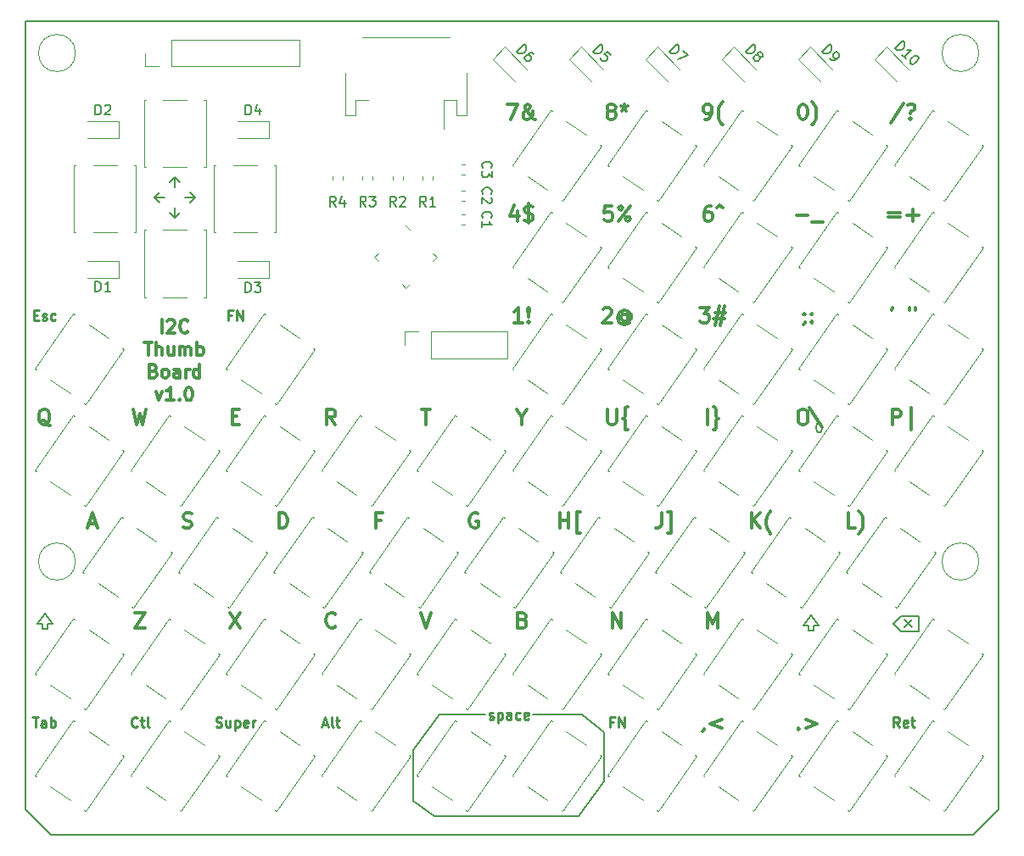
<source format=gbr>
%TF.GenerationSoftware,KiCad,Pcbnew,5.0.2-bee76a0~70~ubuntu16.04.1*%
%TF.CreationDate,2019-06-12T18:19:31-07:00*%
%TF.ProjectId,radiotxt,72616469-6f74-4787-942e-6b696361645f,rev?*%
%TF.SameCoordinates,PX68290a0PY463f660*%
%TF.FileFunction,Legend,Top*%
%TF.FilePolarity,Positive*%
%FSLAX46Y46*%
G04 Gerber Fmt 4.6, Leading zero omitted, Abs format (unit mm)*
G04 Created by KiCad (PCBNEW 5.0.2-bee76a0~70~ubuntu16.04.1) date Wed 12 Jun 2019 06:19:31 PM PDT*
%MOMM*%
%LPD*%
G01*
G04 APERTURE LIST*
%ADD10C,0.200000*%
%ADD11C,0.300000*%
%ADD12C,0.150000*%
%ADD13C,0.250000*%
%ADD14C,0.120000*%
G04 APERTURE END LIST*
D10*
X38762500Y-77850000D02*
X40862500Y-79450000D01*
X55612500Y-69290000D02*
X57812500Y-70990000D01*
X41362500Y-69290000D02*
X38762500Y-72790000D01*
X57812500Y-70990000D02*
X57812500Y-75950000D01*
X57812500Y-75950000D02*
X55212500Y-79450000D01*
D11*
X13635952Y-31123095D02*
X13635952Y-29823095D01*
X14193095Y-29946904D02*
X14255000Y-29885000D01*
X14378809Y-29823095D01*
X14688333Y-29823095D01*
X14812142Y-29885000D01*
X14874047Y-29946904D01*
X14935952Y-30070714D01*
X14935952Y-30194523D01*
X14874047Y-30380238D01*
X14131190Y-31123095D01*
X14935952Y-31123095D01*
X16235952Y-30999285D02*
X16174047Y-31061190D01*
X15988333Y-31123095D01*
X15864523Y-31123095D01*
X15678809Y-31061190D01*
X15555000Y-30937380D01*
X15493095Y-30813571D01*
X15431190Y-30565952D01*
X15431190Y-30380238D01*
X15493095Y-30132619D01*
X15555000Y-30008809D01*
X15678809Y-29885000D01*
X15864523Y-29823095D01*
X15988333Y-29823095D01*
X16174047Y-29885000D01*
X16235952Y-29946904D01*
X11902619Y-32073095D02*
X12645476Y-32073095D01*
X12274047Y-33373095D02*
X12274047Y-32073095D01*
X13078809Y-33373095D02*
X13078809Y-32073095D01*
X13635952Y-33373095D02*
X13635952Y-32692142D01*
X13574047Y-32568333D01*
X13450238Y-32506428D01*
X13264523Y-32506428D01*
X13140714Y-32568333D01*
X13078809Y-32630238D01*
X14812142Y-32506428D02*
X14812142Y-33373095D01*
X14255000Y-32506428D02*
X14255000Y-33187380D01*
X14316904Y-33311190D01*
X14440714Y-33373095D01*
X14626428Y-33373095D01*
X14750238Y-33311190D01*
X14812142Y-33249285D01*
X15431190Y-33373095D02*
X15431190Y-32506428D01*
X15431190Y-32630238D02*
X15493095Y-32568333D01*
X15616904Y-32506428D01*
X15802619Y-32506428D01*
X15926428Y-32568333D01*
X15988333Y-32692142D01*
X15988333Y-33373095D01*
X15988333Y-32692142D02*
X16050238Y-32568333D01*
X16174047Y-32506428D01*
X16359761Y-32506428D01*
X16483571Y-32568333D01*
X16545476Y-32692142D01*
X16545476Y-33373095D01*
X17164523Y-33373095D02*
X17164523Y-32073095D01*
X17164523Y-32568333D02*
X17288333Y-32506428D01*
X17535952Y-32506428D01*
X17659761Y-32568333D01*
X17721666Y-32630238D01*
X17783571Y-32754047D01*
X17783571Y-33125476D01*
X17721666Y-33249285D01*
X17659761Y-33311190D01*
X17535952Y-33373095D01*
X17288333Y-33373095D01*
X17164523Y-33311190D01*
X12831190Y-34942142D02*
X13016904Y-35004047D01*
X13078809Y-35065952D01*
X13140714Y-35189761D01*
X13140714Y-35375476D01*
X13078809Y-35499285D01*
X13016904Y-35561190D01*
X12893095Y-35623095D01*
X12397857Y-35623095D01*
X12397857Y-34323095D01*
X12831190Y-34323095D01*
X12955000Y-34385000D01*
X13016904Y-34446904D01*
X13078809Y-34570714D01*
X13078809Y-34694523D01*
X13016904Y-34818333D01*
X12955000Y-34880238D01*
X12831190Y-34942142D01*
X12397857Y-34942142D01*
X13883571Y-35623095D02*
X13759761Y-35561190D01*
X13697857Y-35499285D01*
X13635952Y-35375476D01*
X13635952Y-35004047D01*
X13697857Y-34880238D01*
X13759761Y-34818333D01*
X13883571Y-34756428D01*
X14069285Y-34756428D01*
X14193095Y-34818333D01*
X14255000Y-34880238D01*
X14316904Y-35004047D01*
X14316904Y-35375476D01*
X14255000Y-35499285D01*
X14193095Y-35561190D01*
X14069285Y-35623095D01*
X13883571Y-35623095D01*
X15431190Y-35623095D02*
X15431190Y-34942142D01*
X15369285Y-34818333D01*
X15245476Y-34756428D01*
X14997857Y-34756428D01*
X14874047Y-34818333D01*
X15431190Y-35561190D02*
X15307380Y-35623095D01*
X14997857Y-35623095D01*
X14874047Y-35561190D01*
X14812142Y-35437380D01*
X14812142Y-35313571D01*
X14874047Y-35189761D01*
X14997857Y-35127857D01*
X15307380Y-35127857D01*
X15431190Y-35065952D01*
X16050238Y-35623095D02*
X16050238Y-34756428D01*
X16050238Y-35004047D02*
X16112142Y-34880238D01*
X16174047Y-34818333D01*
X16297857Y-34756428D01*
X16421666Y-34756428D01*
X17412142Y-35623095D02*
X17412142Y-34323095D01*
X17412142Y-35561190D02*
X17288333Y-35623095D01*
X17040714Y-35623095D01*
X16916904Y-35561190D01*
X16855000Y-35499285D01*
X16793095Y-35375476D01*
X16793095Y-35004047D01*
X16855000Y-34880238D01*
X16916904Y-34818333D01*
X17040714Y-34756428D01*
X17288333Y-34756428D01*
X17412142Y-34818333D01*
X13047857Y-37006428D02*
X13357380Y-37873095D01*
X13666904Y-37006428D01*
X14843095Y-37873095D02*
X14100238Y-37873095D01*
X14471666Y-37873095D02*
X14471666Y-36573095D01*
X14347857Y-36758809D01*
X14224047Y-36882619D01*
X14100238Y-36944523D01*
X15400238Y-37749285D02*
X15462142Y-37811190D01*
X15400238Y-37873095D01*
X15338333Y-37811190D01*
X15400238Y-37749285D01*
X15400238Y-37873095D01*
X16266904Y-36573095D02*
X16390714Y-36573095D01*
X16514523Y-36635000D01*
X16576428Y-36696904D01*
X16638333Y-36820714D01*
X16700238Y-37068333D01*
X16700238Y-37377857D01*
X16638333Y-37625476D01*
X16576428Y-37749285D01*
X16514523Y-37811190D01*
X16390714Y-37873095D01*
X16266904Y-37873095D01*
X16143095Y-37811190D01*
X16081190Y-37749285D01*
X16019285Y-37625476D01*
X15957380Y-37377857D01*
X15957380Y-37068333D01*
X16019285Y-36820714D01*
X16081190Y-36696904D01*
X16143095Y-36635000D01*
X16266904Y-36573095D01*
D12*
X0Y0D02*
X97155000Y0D01*
D10*
X50668750Y-69290000D02*
X55612500Y-69290000D01*
X45906250Y-69290000D02*
X41362500Y-69290000D01*
X38762500Y-77850000D02*
X38762500Y-72790000D01*
X55212500Y-79450000D02*
X40862500Y-79450000D01*
D13*
X20594047Y-29358571D02*
X20260714Y-29358571D01*
X20260714Y-29882380D02*
X20260714Y-28882380D01*
X20736904Y-28882380D01*
X21117857Y-29882380D02*
X21117857Y-28882380D01*
X21689285Y-29882380D01*
X21689285Y-28882380D01*
X877380Y-29358571D02*
X1210714Y-29358571D01*
X1353571Y-29882380D02*
X877380Y-29882380D01*
X877380Y-28882380D01*
X1353571Y-28882380D01*
X1734523Y-29834761D02*
X1829761Y-29882380D01*
X2020238Y-29882380D01*
X2115476Y-29834761D01*
X2163095Y-29739523D01*
X2163095Y-29691904D01*
X2115476Y-29596666D01*
X2020238Y-29549047D01*
X1877380Y-29549047D01*
X1782142Y-29501428D01*
X1734523Y-29406190D01*
X1734523Y-29358571D01*
X1782142Y-29263333D01*
X1877380Y-29215714D01*
X2020238Y-29215714D01*
X2115476Y-29263333D01*
X3020238Y-29834761D02*
X2925000Y-29882380D01*
X2734523Y-29882380D01*
X2639285Y-29834761D01*
X2591666Y-29787142D01*
X2544047Y-29691904D01*
X2544047Y-29406190D01*
X2591666Y-29310952D01*
X2639285Y-29263333D01*
X2734523Y-29215714D01*
X2925000Y-29215714D01*
X3020238Y-29263333D01*
D11*
X86578571Y-28608571D02*
X86435714Y-28894285D01*
X88292857Y-28608571D02*
X88292857Y-28894285D01*
X88864285Y-28608571D02*
X88864285Y-28894285D01*
X87650000Y-8217142D02*
X86364285Y-10145714D01*
X88364285Y-9645714D02*
X88435714Y-9717142D01*
X88364285Y-9788571D01*
X88292857Y-9717142D01*
X88364285Y-9645714D01*
X88364285Y-9788571D01*
X88078571Y-8360000D02*
X88221428Y-8288571D01*
X88578571Y-8288571D01*
X88721428Y-8360000D01*
X88792857Y-8502857D01*
X88792857Y-8645714D01*
X88721428Y-8788571D01*
X88650000Y-8860000D01*
X88507142Y-8931428D01*
X88435714Y-9002857D01*
X88364285Y-9145714D01*
X88364285Y-9217142D01*
X76982142Y-19377142D02*
X78125000Y-19377142D01*
X78482142Y-20091428D02*
X79625000Y-20091428D01*
X86150000Y-19162857D02*
X87292857Y-19162857D01*
X87292857Y-19591428D02*
X86150000Y-19591428D01*
X88007142Y-19377142D02*
X89150000Y-19377142D01*
X88578571Y-19948571D02*
X88578571Y-18805714D01*
X77553571Y-8288571D02*
X77696428Y-8288571D01*
X77839285Y-8360000D01*
X77910714Y-8431428D01*
X77982142Y-8574285D01*
X78053571Y-8860000D01*
X78053571Y-9217142D01*
X77982142Y-9502857D01*
X77910714Y-9645714D01*
X77839285Y-9717142D01*
X77696428Y-9788571D01*
X77553571Y-9788571D01*
X77410714Y-9717142D01*
X77339285Y-9645714D01*
X77267857Y-9502857D01*
X77196428Y-9217142D01*
X77196428Y-8860000D01*
X77267857Y-8574285D01*
X77339285Y-8431428D01*
X77410714Y-8360000D01*
X77553571Y-8288571D01*
X78553571Y-10360000D02*
X78625000Y-10288571D01*
X78767857Y-10074285D01*
X78839285Y-9931428D01*
X78910714Y-9717142D01*
X78982142Y-9360000D01*
X78982142Y-9074285D01*
X78910714Y-8717142D01*
X78839285Y-8502857D01*
X78767857Y-8360000D01*
X78625000Y-8145714D01*
X78553571Y-8074285D01*
X77839285Y-30037142D02*
X77839285Y-30108571D01*
X77767857Y-30251428D01*
X77696428Y-30322857D01*
X77767857Y-29180000D02*
X77839285Y-29251428D01*
X77767857Y-29322857D01*
X77696428Y-29251428D01*
X77767857Y-29180000D01*
X77767857Y-29322857D01*
X78482142Y-29965714D02*
X78553571Y-30037142D01*
X78482142Y-30108571D01*
X78410714Y-30037142D01*
X78482142Y-29965714D01*
X78482142Y-30108571D01*
X78482142Y-29180000D02*
X78553571Y-29251428D01*
X78482142Y-29322857D01*
X78410714Y-29251428D01*
X78482142Y-29180000D01*
X78482142Y-29322857D01*
X67814285Y-9788571D02*
X68100000Y-9788571D01*
X68242857Y-9717142D01*
X68314285Y-9645714D01*
X68457142Y-9431428D01*
X68528571Y-9145714D01*
X68528571Y-8574285D01*
X68457142Y-8431428D01*
X68385714Y-8360000D01*
X68242857Y-8288571D01*
X67957142Y-8288571D01*
X67814285Y-8360000D01*
X67742857Y-8431428D01*
X67671428Y-8574285D01*
X67671428Y-8931428D01*
X67742857Y-9074285D01*
X67814285Y-9145714D01*
X67957142Y-9217142D01*
X68242857Y-9217142D01*
X68385714Y-9145714D01*
X68457142Y-9074285D01*
X68528571Y-8931428D01*
X69600000Y-10360000D02*
X69528571Y-10288571D01*
X69385714Y-10074285D01*
X69314285Y-9931428D01*
X69242857Y-9717142D01*
X69171428Y-9360000D01*
X69171428Y-9074285D01*
X69242857Y-8717142D01*
X69314285Y-8502857D01*
X69385714Y-8360000D01*
X69528571Y-8145714D01*
X69600000Y-8074285D01*
X58360714Y-8931428D02*
X58217857Y-8860000D01*
X58146428Y-8788571D01*
X58075000Y-8645714D01*
X58075000Y-8574285D01*
X58146428Y-8431428D01*
X58217857Y-8360000D01*
X58360714Y-8288571D01*
X58646428Y-8288571D01*
X58789285Y-8360000D01*
X58860714Y-8431428D01*
X58932142Y-8574285D01*
X58932142Y-8645714D01*
X58860714Y-8788571D01*
X58789285Y-8860000D01*
X58646428Y-8931428D01*
X58360714Y-8931428D01*
X58217857Y-9002857D01*
X58146428Y-9074285D01*
X58075000Y-9217142D01*
X58075000Y-9502857D01*
X58146428Y-9645714D01*
X58217857Y-9717142D01*
X58360714Y-9788571D01*
X58646428Y-9788571D01*
X58789285Y-9717142D01*
X58860714Y-9645714D01*
X58932142Y-9502857D01*
X58932142Y-9217142D01*
X58860714Y-9074285D01*
X58789285Y-9002857D01*
X58646428Y-8931428D01*
X59789285Y-8288571D02*
X59789285Y-8645714D01*
X59432142Y-8502857D02*
X59789285Y-8645714D01*
X60146428Y-8502857D01*
X59575000Y-8931428D02*
X59789285Y-8645714D01*
X60003571Y-8931428D01*
X48121428Y-8288571D02*
X49121428Y-8288571D01*
X48478571Y-9788571D01*
X50907142Y-9788571D02*
X50835714Y-9788571D01*
X50692857Y-9717142D01*
X50478571Y-9502857D01*
X50121428Y-9074285D01*
X49978571Y-8860000D01*
X49907142Y-8645714D01*
X49907142Y-8502857D01*
X49978571Y-8360000D01*
X50121428Y-8288571D01*
X50192857Y-8288571D01*
X50335714Y-8360000D01*
X50407142Y-8502857D01*
X50407142Y-8574285D01*
X50335714Y-8717142D01*
X50264285Y-8788571D01*
X49835714Y-9074285D01*
X49764285Y-9145714D01*
X49692857Y-9288571D01*
X49692857Y-9502857D01*
X49764285Y-9645714D01*
X49835714Y-9717142D01*
X49978571Y-9788571D01*
X50192857Y-9788571D01*
X50335714Y-9717142D01*
X50407142Y-9645714D01*
X50621428Y-9360000D01*
X50692857Y-9145714D01*
X50692857Y-9002857D01*
X49121428Y-18948571D02*
X49121428Y-19948571D01*
X48764285Y-18377142D02*
X48407142Y-19448571D01*
X49335714Y-19448571D01*
X49835714Y-19877142D02*
X50050000Y-19948571D01*
X50407142Y-19948571D01*
X50550000Y-19877142D01*
X50621428Y-19805714D01*
X50692857Y-19662857D01*
X50692857Y-19520000D01*
X50621428Y-19377142D01*
X50550000Y-19305714D01*
X50407142Y-19234285D01*
X50121428Y-19162857D01*
X49978571Y-19091428D01*
X49907142Y-19020000D01*
X49835714Y-18877142D01*
X49835714Y-18734285D01*
X49907142Y-18591428D01*
X49978571Y-18520000D01*
X50121428Y-18448571D01*
X50478571Y-18448571D01*
X50692857Y-18520000D01*
X50264285Y-18234285D02*
X50264285Y-20162857D01*
X58575000Y-18448571D02*
X57860714Y-18448571D01*
X57789285Y-19162857D01*
X57860714Y-19091428D01*
X58003571Y-19020000D01*
X58360714Y-19020000D01*
X58503571Y-19091428D01*
X58575000Y-19162857D01*
X58646428Y-19305714D01*
X58646428Y-19662857D01*
X58575000Y-19805714D01*
X58503571Y-19877142D01*
X58360714Y-19948571D01*
X58003571Y-19948571D01*
X57860714Y-19877142D01*
X57789285Y-19805714D01*
X59217857Y-19948571D02*
X60360714Y-18448571D01*
X59432142Y-18448571D02*
X59575000Y-18520000D01*
X59646428Y-18662857D01*
X59575000Y-18805714D01*
X59432142Y-18877142D01*
X59289285Y-18805714D01*
X59217857Y-18662857D01*
X59289285Y-18520000D01*
X59432142Y-18448571D01*
X60289285Y-19877142D02*
X60360714Y-19734285D01*
X60289285Y-19591428D01*
X60146428Y-19520000D01*
X60003571Y-19591428D01*
X59932142Y-19734285D01*
X60003571Y-19877142D01*
X60146428Y-19948571D01*
X60289285Y-19877142D01*
X68457142Y-18448571D02*
X68171428Y-18448571D01*
X68028571Y-18520000D01*
X67957142Y-18591428D01*
X67814285Y-18805714D01*
X67742857Y-19091428D01*
X67742857Y-19662857D01*
X67814285Y-19805714D01*
X67885714Y-19877142D01*
X68028571Y-19948571D01*
X68314285Y-19948571D01*
X68457142Y-19877142D01*
X68528571Y-19805714D01*
X68600000Y-19662857D01*
X68600000Y-19305714D01*
X68528571Y-19162857D01*
X68457142Y-19091428D01*
X68314285Y-19020000D01*
X68028571Y-19020000D01*
X67885714Y-19091428D01*
X67814285Y-19162857D01*
X67742857Y-19305714D01*
X69028571Y-18591428D02*
X69314285Y-18377142D01*
X69600000Y-18591428D01*
X67350000Y-28608571D02*
X68278571Y-28608571D01*
X67778571Y-29180000D01*
X67992857Y-29180000D01*
X68135714Y-29251428D01*
X68207142Y-29322857D01*
X68278571Y-29465714D01*
X68278571Y-29822857D01*
X68207142Y-29965714D01*
X68135714Y-30037142D01*
X67992857Y-30108571D01*
X67564285Y-30108571D01*
X67421428Y-30037142D01*
X67350000Y-29965714D01*
X68850000Y-29108571D02*
X69921428Y-29108571D01*
X69278571Y-28465714D02*
X68850000Y-30394285D01*
X69778571Y-29751428D02*
X68707142Y-29751428D01*
X69350000Y-30394285D02*
X69778571Y-28465714D01*
X57682142Y-28751428D02*
X57753571Y-28680000D01*
X57896428Y-28608571D01*
X58253571Y-28608571D01*
X58396428Y-28680000D01*
X58467857Y-28751428D01*
X58539285Y-28894285D01*
X58539285Y-29037142D01*
X58467857Y-29251428D01*
X57610714Y-30108571D01*
X58539285Y-30108571D01*
X60110714Y-29394285D02*
X60039285Y-29322857D01*
X59896428Y-29251428D01*
X59753571Y-29251428D01*
X59610714Y-29322857D01*
X59539285Y-29394285D01*
X59467857Y-29537142D01*
X59467857Y-29680000D01*
X59539285Y-29822857D01*
X59610714Y-29894285D01*
X59753571Y-29965714D01*
X59896428Y-29965714D01*
X60039285Y-29894285D01*
X60110714Y-29822857D01*
X60110714Y-29251428D02*
X60110714Y-29822857D01*
X60182142Y-29894285D01*
X60253571Y-29894285D01*
X60396428Y-29822857D01*
X60467857Y-29680000D01*
X60467857Y-29322857D01*
X60325000Y-29108571D01*
X60110714Y-28965714D01*
X59825000Y-28894285D01*
X59539285Y-28965714D01*
X59325000Y-29108571D01*
X59182142Y-29322857D01*
X59110714Y-29608571D01*
X59182142Y-29894285D01*
X59325000Y-30108571D01*
X59539285Y-30251428D01*
X59825000Y-30322857D01*
X60110714Y-30251428D01*
X60325000Y-30108571D01*
X49621428Y-30108571D02*
X48764285Y-30108571D01*
X49192857Y-30108571D02*
X49192857Y-28608571D01*
X49050000Y-28822857D01*
X48907142Y-28965714D01*
X48764285Y-29037142D01*
X50264285Y-29965714D02*
X50335714Y-30037142D01*
X50264285Y-30108571D01*
X50192857Y-30037142D01*
X50264285Y-29965714D01*
X50264285Y-30108571D01*
X50264285Y-29537142D02*
X50192857Y-28680000D01*
X50264285Y-28608571D01*
X50335714Y-28680000D01*
X50264285Y-29537142D01*
X50264285Y-28608571D01*
D13*
X46311309Y-69694761D02*
X46406547Y-69742380D01*
X46597023Y-69742380D01*
X46692261Y-69694761D01*
X46739880Y-69599523D01*
X46739880Y-69551904D01*
X46692261Y-69456666D01*
X46597023Y-69409047D01*
X46454166Y-69409047D01*
X46358928Y-69361428D01*
X46311309Y-69266190D01*
X46311309Y-69218571D01*
X46358928Y-69123333D01*
X46454166Y-69075714D01*
X46597023Y-69075714D01*
X46692261Y-69123333D01*
X47168452Y-69075714D02*
X47168452Y-70075714D01*
X47168452Y-69123333D02*
X47263690Y-69075714D01*
X47454166Y-69075714D01*
X47549404Y-69123333D01*
X47597023Y-69170952D01*
X47644642Y-69266190D01*
X47644642Y-69551904D01*
X47597023Y-69647142D01*
X47549404Y-69694761D01*
X47454166Y-69742380D01*
X47263690Y-69742380D01*
X47168452Y-69694761D01*
X48501785Y-69742380D02*
X48501785Y-69218571D01*
X48454166Y-69123333D01*
X48358928Y-69075714D01*
X48168452Y-69075714D01*
X48073214Y-69123333D01*
X48501785Y-69694761D02*
X48406547Y-69742380D01*
X48168452Y-69742380D01*
X48073214Y-69694761D01*
X48025595Y-69599523D01*
X48025595Y-69504285D01*
X48073214Y-69409047D01*
X48168452Y-69361428D01*
X48406547Y-69361428D01*
X48501785Y-69313809D01*
X49406547Y-69694761D02*
X49311309Y-69742380D01*
X49120833Y-69742380D01*
X49025595Y-69694761D01*
X48977976Y-69647142D01*
X48930357Y-69551904D01*
X48930357Y-69266190D01*
X48977976Y-69170952D01*
X49025595Y-69123333D01*
X49120833Y-69075714D01*
X49311309Y-69075714D01*
X49406547Y-69123333D01*
X50216071Y-69694761D02*
X50120833Y-69742380D01*
X49930357Y-69742380D01*
X49835119Y-69694761D01*
X49787500Y-69599523D01*
X49787500Y-69218571D01*
X49835119Y-69123333D01*
X49930357Y-69075714D01*
X50120833Y-69075714D01*
X50216071Y-69123333D01*
X50263690Y-69218571D01*
X50263690Y-69313809D01*
X49787500Y-69409047D01*
D11*
X67742857Y-70677142D02*
X67742857Y-70748571D01*
X67671428Y-70891428D01*
X67600000Y-70962857D01*
X69528571Y-69748571D02*
X68385714Y-70177142D01*
X69528571Y-70605714D01*
D13*
X58694047Y-69998571D02*
X58360714Y-69998571D01*
X58360714Y-70522380D02*
X58360714Y-69522380D01*
X58836904Y-69522380D01*
X59217857Y-70522380D02*
X59217857Y-69522380D01*
X59789285Y-70522380D01*
X59789285Y-69522380D01*
D10*
X78201600Y-60381400D02*
X77693600Y-60381400D01*
X78201600Y-60889400D02*
X78201600Y-60381400D01*
X78709600Y-60381400D02*
X78709600Y-60889400D01*
X78709600Y-60889400D02*
X78201600Y-60889400D01*
X77693600Y-60381400D02*
X78455600Y-59365400D01*
X78455600Y-59365400D02*
X79217600Y-60381400D01*
X79217600Y-60381400D02*
X78709600Y-60381400D01*
D13*
X87245238Y-70522380D02*
X86911904Y-70046190D01*
X86673809Y-70522380D02*
X86673809Y-69522380D01*
X87054761Y-69522380D01*
X87150000Y-69570000D01*
X87197619Y-69617619D01*
X87245238Y-69712857D01*
X87245238Y-69855714D01*
X87197619Y-69950952D01*
X87150000Y-69998571D01*
X87054761Y-70046190D01*
X86673809Y-70046190D01*
X88054761Y-70474761D02*
X87959523Y-70522380D01*
X87769047Y-70522380D01*
X87673809Y-70474761D01*
X87626190Y-70379523D01*
X87626190Y-69998571D01*
X87673809Y-69903333D01*
X87769047Y-69855714D01*
X87959523Y-69855714D01*
X88054761Y-69903333D01*
X88102380Y-69998571D01*
X88102380Y-70093809D01*
X87626190Y-70189047D01*
X88388095Y-69855714D02*
X88769047Y-69855714D01*
X88530952Y-69522380D02*
X88530952Y-70379523D01*
X88578571Y-70474761D01*
X88673809Y-70522380D01*
X88769047Y-70522380D01*
D10*
X87400000Y-60945000D02*
X89178000Y-60945000D01*
X89178000Y-60945000D02*
X89178000Y-59421000D01*
X86638000Y-60183000D02*
X87400000Y-60945000D01*
X87400000Y-59421000D02*
X86638000Y-60183000D01*
X89178000Y-59421000D02*
X87400000Y-59421000D01*
X87781000Y-60564000D02*
X88543000Y-59802000D01*
X87781000Y-59802000D02*
X88543000Y-60564000D01*
D13*
X29714285Y-70236666D02*
X30190476Y-70236666D01*
X29619047Y-70522380D02*
X29952380Y-69522380D01*
X30285714Y-70522380D01*
X30761904Y-70522380D02*
X30666666Y-70474761D01*
X30619047Y-70379523D01*
X30619047Y-69522380D01*
X31000000Y-69855714D02*
X31380952Y-69855714D01*
X31142857Y-69522380D02*
X31142857Y-70379523D01*
X31190476Y-70474761D01*
X31285714Y-70522380D01*
X31380952Y-70522380D01*
X19046428Y-70474761D02*
X19189285Y-70522380D01*
X19427380Y-70522380D01*
X19522619Y-70474761D01*
X19570238Y-70427142D01*
X19617857Y-70331904D01*
X19617857Y-70236666D01*
X19570238Y-70141428D01*
X19522619Y-70093809D01*
X19427380Y-70046190D01*
X19236904Y-69998571D01*
X19141666Y-69950952D01*
X19094047Y-69903333D01*
X19046428Y-69808095D01*
X19046428Y-69712857D01*
X19094047Y-69617619D01*
X19141666Y-69570000D01*
X19236904Y-69522380D01*
X19475000Y-69522380D01*
X19617857Y-69570000D01*
X20475000Y-69855714D02*
X20475000Y-70522380D01*
X20046428Y-69855714D02*
X20046428Y-70379523D01*
X20094047Y-70474761D01*
X20189285Y-70522380D01*
X20332142Y-70522380D01*
X20427380Y-70474761D01*
X20475000Y-70427142D01*
X20951190Y-69855714D02*
X20951190Y-70855714D01*
X20951190Y-69903333D02*
X21046428Y-69855714D01*
X21236904Y-69855714D01*
X21332142Y-69903333D01*
X21379761Y-69950952D01*
X21427380Y-70046190D01*
X21427380Y-70331904D01*
X21379761Y-70427142D01*
X21332142Y-70474761D01*
X21236904Y-70522380D01*
X21046428Y-70522380D01*
X20951190Y-70474761D01*
X22236904Y-70474761D02*
X22141666Y-70522380D01*
X21951190Y-70522380D01*
X21855952Y-70474761D01*
X21808333Y-70379523D01*
X21808333Y-69998571D01*
X21855952Y-69903333D01*
X21951190Y-69855714D01*
X22141666Y-69855714D01*
X22236904Y-69903333D01*
X22284523Y-69998571D01*
X22284523Y-70093809D01*
X21808333Y-70189047D01*
X22713095Y-70522380D02*
X22713095Y-69855714D01*
X22713095Y-70046190D02*
X22760714Y-69950952D01*
X22808333Y-69903333D01*
X22903571Y-69855714D01*
X22998809Y-69855714D01*
X11211904Y-70427142D02*
X11164285Y-70474761D01*
X11021428Y-70522380D01*
X10926190Y-70522380D01*
X10783333Y-70474761D01*
X10688095Y-70379523D01*
X10640476Y-70284285D01*
X10592857Y-70093809D01*
X10592857Y-69950952D01*
X10640476Y-69760476D01*
X10688095Y-69665238D01*
X10783333Y-69570000D01*
X10926190Y-69522380D01*
X11021428Y-69522380D01*
X11164285Y-69570000D01*
X11211904Y-69617619D01*
X11497619Y-69855714D02*
X11878571Y-69855714D01*
X11640476Y-69522380D02*
X11640476Y-70379523D01*
X11688095Y-70474761D01*
X11783333Y-70522380D01*
X11878571Y-70522380D01*
X12354761Y-70522380D02*
X12259523Y-70474761D01*
X12211904Y-70379523D01*
X12211904Y-69522380D01*
X734523Y-69522380D02*
X1305952Y-69522380D01*
X1020238Y-70522380D02*
X1020238Y-69522380D01*
X2067857Y-70522380D02*
X2067857Y-69998571D01*
X2020238Y-69903333D01*
X1925000Y-69855714D01*
X1734523Y-69855714D01*
X1639285Y-69903333D01*
X2067857Y-70474761D02*
X1972619Y-70522380D01*
X1734523Y-70522380D01*
X1639285Y-70474761D01*
X1591666Y-70379523D01*
X1591666Y-70284285D01*
X1639285Y-70189047D01*
X1734523Y-70141428D01*
X1972619Y-70141428D01*
X2067857Y-70093809D01*
X2544047Y-70522380D02*
X2544047Y-69522380D01*
X2544047Y-69903333D02*
X2639285Y-69855714D01*
X2829761Y-69855714D01*
X2925000Y-69903333D01*
X2972619Y-69950952D01*
X3020238Y-70046190D01*
X3020238Y-70331904D01*
X2972619Y-70427142D01*
X2925000Y-70474761D01*
X2829761Y-70522380D01*
X2639285Y-70522380D01*
X2544047Y-70474761D01*
D12*
X79200380Y-40092380D02*
X79295619Y-40092380D01*
X79390857Y-40140000D01*
X79438476Y-40187619D01*
X79486095Y-40282857D01*
X79533714Y-40473333D01*
X79533714Y-40711428D01*
X79486095Y-40901904D01*
X79438476Y-40997142D01*
X79390857Y-41044761D01*
X79295619Y-41092380D01*
X79200380Y-41092380D01*
X79105142Y-41044761D01*
X79057523Y-40997142D01*
X79009904Y-40901904D01*
X78962285Y-40711428D01*
X78962285Y-40473333D01*
X79009904Y-40282857D01*
X79057523Y-40187619D01*
X79105142Y-40140000D01*
X79200380Y-40092380D01*
D10*
X2191100Y-60672400D02*
X1683100Y-60672400D01*
X2191100Y-60164400D02*
X2191100Y-60672400D01*
X2699100Y-60164400D02*
X2191100Y-60164400D01*
X1937100Y-59148400D02*
X2699100Y-60164400D01*
X1175100Y-60164400D02*
X1937100Y-59148400D01*
X1683100Y-60164400D02*
X1175100Y-60164400D01*
X1683100Y-60672400D02*
X1683100Y-60164400D01*
D11*
X77196428Y-70605714D02*
X77267857Y-70677142D01*
X77196428Y-70748571D01*
X77125000Y-70677142D01*
X77196428Y-70605714D01*
X77196428Y-70748571D01*
X77910714Y-69748571D02*
X79053571Y-70177142D01*
X77910714Y-70605714D01*
X68100000Y-60588571D02*
X68100000Y-59088571D01*
X68600000Y-60160000D01*
X69100000Y-59088571D01*
X69100000Y-60588571D01*
X58646428Y-60588571D02*
X58646428Y-59088571D01*
X59503571Y-60588571D01*
X59503571Y-59088571D01*
X49657142Y-59802857D02*
X49871428Y-59874285D01*
X49942857Y-59945714D01*
X50014285Y-60088571D01*
X50014285Y-60302857D01*
X49942857Y-60445714D01*
X49871428Y-60517142D01*
X49728571Y-60588571D01*
X49157142Y-60588571D01*
X49157142Y-59088571D01*
X49657142Y-59088571D01*
X49800000Y-59160000D01*
X49871428Y-59231428D01*
X49942857Y-59374285D01*
X49942857Y-59517142D01*
X49871428Y-59660000D01*
X49800000Y-59731428D01*
X49657142Y-59802857D01*
X49157142Y-59802857D01*
X39525000Y-59088571D02*
X40025000Y-60588571D01*
X40525000Y-59088571D01*
X30964285Y-60445714D02*
X30892857Y-60517142D01*
X30678571Y-60588571D01*
X30535714Y-60588571D01*
X30321428Y-60517142D01*
X30178571Y-60374285D01*
X30107142Y-60231428D01*
X30035714Y-59945714D01*
X30035714Y-59731428D01*
X30107142Y-59445714D01*
X30178571Y-59302857D01*
X30321428Y-59160000D01*
X30535714Y-59088571D01*
X30678571Y-59088571D01*
X30892857Y-59160000D01*
X30964285Y-59231428D01*
X20475000Y-59088571D02*
X21475000Y-60588571D01*
X21475000Y-59088571D02*
X20475000Y-60588571D01*
X10950000Y-59088571D02*
X11950000Y-59088571D01*
X10950000Y-60588571D01*
X11950000Y-60588571D01*
X86542857Y-40268571D02*
X86542857Y-38768571D01*
X87114285Y-38768571D01*
X87257142Y-38840000D01*
X87328571Y-38911428D01*
X87400000Y-39054285D01*
X87400000Y-39268571D01*
X87328571Y-39411428D01*
X87257142Y-39482857D01*
X87114285Y-39554285D01*
X86542857Y-39554285D01*
X88400000Y-40768571D02*
X88400000Y-38625714D01*
X77482142Y-38768571D02*
X77767857Y-38768571D01*
X77910714Y-38840000D01*
X78053571Y-38982857D01*
X78125000Y-39268571D01*
X78125000Y-39768571D01*
X78053571Y-40054285D01*
X77910714Y-40197142D01*
X77767857Y-40268571D01*
X77482142Y-40268571D01*
X77339285Y-40197142D01*
X77196428Y-40054285D01*
X77125000Y-39768571D01*
X77125000Y-39268571D01*
X77196428Y-38982857D01*
X77339285Y-38840000D01*
X77482142Y-38768571D01*
X78267857Y-38625714D02*
X79553571Y-40554285D01*
X68100000Y-40268571D02*
X68100000Y-38768571D01*
X68671428Y-40840000D02*
X68742857Y-40840000D01*
X68885714Y-40768571D01*
X68957142Y-40625714D01*
X68957142Y-39911428D01*
X69028571Y-39768571D01*
X69171428Y-39697142D01*
X69028571Y-39625714D01*
X68957142Y-39482857D01*
X68957142Y-38768571D01*
X68885714Y-38625714D01*
X68742857Y-38554285D01*
X68671428Y-38554285D01*
X58146428Y-38768571D02*
X58146428Y-39982857D01*
X58217857Y-40125714D01*
X58289285Y-40197142D01*
X58432142Y-40268571D01*
X58717857Y-40268571D01*
X58860714Y-40197142D01*
X58932142Y-40125714D01*
X59003571Y-39982857D01*
X59003571Y-38768571D01*
X60146428Y-40840000D02*
X60075000Y-40840000D01*
X59932142Y-40768571D01*
X59860714Y-40625714D01*
X59860714Y-39911428D01*
X59789285Y-39768571D01*
X59646428Y-39697142D01*
X59789285Y-39625714D01*
X59860714Y-39482857D01*
X59860714Y-38768571D01*
X59932142Y-38625714D01*
X60075000Y-38554285D01*
X60146428Y-38554285D01*
X49550000Y-39554285D02*
X49550000Y-40268571D01*
X49050000Y-38768571D02*
X49550000Y-39554285D01*
X50050000Y-38768571D01*
X39596428Y-38768571D02*
X40453571Y-38768571D01*
X40025000Y-40268571D02*
X40025000Y-38768571D01*
X30964285Y-40268571D02*
X30464285Y-39554285D01*
X30107142Y-40268571D02*
X30107142Y-38768571D01*
X30678571Y-38768571D01*
X30821428Y-38840000D01*
X30892857Y-38911428D01*
X30964285Y-39054285D01*
X30964285Y-39268571D01*
X30892857Y-39411428D01*
X30821428Y-39482857D01*
X30678571Y-39554285D01*
X30107142Y-39554285D01*
X20653571Y-39482857D02*
X21153571Y-39482857D01*
X21367857Y-40268571D02*
X20653571Y-40268571D01*
X20653571Y-38768571D01*
X21367857Y-38768571D01*
X10807142Y-38768571D02*
X11164285Y-40268571D01*
X11450000Y-39197142D01*
X11735714Y-40268571D01*
X12092857Y-38768571D01*
X2496428Y-40411428D02*
X2353571Y-40340000D01*
X2210714Y-40197142D01*
X1996428Y-39982857D01*
X1853571Y-39911428D01*
X1710714Y-39911428D01*
X1782142Y-40268571D02*
X1639285Y-40197142D01*
X1496428Y-40054285D01*
X1425000Y-39768571D01*
X1425000Y-39268571D01*
X1496428Y-38982857D01*
X1639285Y-38840000D01*
X1782142Y-38768571D01*
X2067857Y-38768571D01*
X2210714Y-38840000D01*
X2353571Y-38982857D01*
X2425000Y-39268571D01*
X2425000Y-39768571D01*
X2353571Y-40054285D01*
X2210714Y-40197142D01*
X2067857Y-40268571D01*
X1782142Y-40268571D01*
X82851785Y-50628571D02*
X82137500Y-50628571D01*
X82137500Y-49128571D01*
X83208928Y-51200000D02*
X83280357Y-51128571D01*
X83423214Y-50914285D01*
X83494642Y-50771428D01*
X83566071Y-50557142D01*
X83637500Y-50200000D01*
X83637500Y-49914285D01*
X83566071Y-49557142D01*
X83494642Y-49342857D01*
X83423214Y-49200000D01*
X83280357Y-48985714D01*
X83208928Y-48914285D01*
X72469642Y-50628571D02*
X72469642Y-49128571D01*
X73326785Y-50628571D02*
X72683928Y-49771428D01*
X73326785Y-49128571D02*
X72469642Y-49985714D01*
X74398214Y-51200000D02*
X74326785Y-51128571D01*
X74183928Y-50914285D01*
X74112500Y-50771428D01*
X74041071Y-50557142D01*
X73969642Y-50200000D01*
X73969642Y-49914285D01*
X74041071Y-49557142D01*
X74112500Y-49342857D01*
X74183928Y-49200000D01*
X74326785Y-48985714D01*
X74398214Y-48914285D01*
X63551785Y-49128571D02*
X63551785Y-50200000D01*
X63480357Y-50414285D01*
X63337500Y-50557142D01*
X63123214Y-50628571D01*
X62980357Y-50628571D01*
X64123214Y-51128571D02*
X64480357Y-51128571D01*
X64480357Y-48985714D01*
X64123214Y-48985714D01*
X53383928Y-50628571D02*
X53383928Y-49128571D01*
X53383928Y-49842857D02*
X54241071Y-49842857D01*
X54241071Y-50628571D02*
X54241071Y-49128571D01*
X55383928Y-51128571D02*
X55026785Y-51128571D01*
X55026785Y-48985714D01*
X55383928Y-48985714D01*
X45180357Y-49200000D02*
X45037500Y-49128571D01*
X44823214Y-49128571D01*
X44608928Y-49200000D01*
X44466071Y-49342857D01*
X44394642Y-49485714D01*
X44323214Y-49771428D01*
X44323214Y-49985714D01*
X44394642Y-50271428D01*
X44466071Y-50414285D01*
X44608928Y-50557142D01*
X44823214Y-50628571D01*
X44966071Y-50628571D01*
X45180357Y-50557142D01*
X45251785Y-50485714D01*
X45251785Y-49985714D01*
X44966071Y-49985714D01*
X35476785Y-49842857D02*
X34976785Y-49842857D01*
X34976785Y-50628571D02*
X34976785Y-49128571D01*
X35691071Y-49128571D01*
X25344642Y-50628571D02*
X25344642Y-49128571D01*
X25701785Y-49128571D01*
X25916071Y-49200000D01*
X26058928Y-49342857D01*
X26130357Y-49485714D01*
X26201785Y-49771428D01*
X26201785Y-49985714D01*
X26130357Y-50271428D01*
X26058928Y-50414285D01*
X25916071Y-50557142D01*
X25701785Y-50628571D01*
X25344642Y-50628571D01*
X15783928Y-50557142D02*
X15998214Y-50628571D01*
X16355357Y-50628571D01*
X16498214Y-50557142D01*
X16569642Y-50485714D01*
X16641071Y-50342857D01*
X16641071Y-50200000D01*
X16569642Y-50057142D01*
X16498214Y-49985714D01*
X16355357Y-49914285D01*
X16069642Y-49842857D01*
X15926785Y-49771428D01*
X15855357Y-49700000D01*
X15783928Y-49557142D01*
X15783928Y-49414285D01*
X15855357Y-49271428D01*
X15926785Y-49200000D01*
X16069642Y-49128571D01*
X16426785Y-49128571D01*
X16641071Y-49200000D01*
X6330357Y-50200000D02*
X7044642Y-50200000D01*
X6187500Y-50628571D02*
X6687500Y-49128571D01*
X7187500Y-50628571D01*
D12*
X94615000Y-81280000D02*
X97155000Y-78740000D01*
X2540000Y-81280000D02*
X0Y-78740000D01*
D10*
X14942820Y-19654520D02*
X14434820Y-19146520D01*
X14942820Y-19654520D02*
X15450820Y-19146520D01*
X14942820Y-18638520D02*
X14942820Y-19654520D01*
X16974820Y-17622520D02*
X16466820Y-17114520D01*
X16974820Y-17622520D02*
X16466820Y-18130520D01*
X15958820Y-17622520D02*
X16974820Y-17622520D01*
X14942820Y-15590520D02*
X15450820Y-16098520D01*
X14942820Y-15590520D02*
X14434820Y-16098520D01*
X14942820Y-16606520D02*
X14942820Y-15590520D01*
X12910820Y-17622520D02*
X13418820Y-17114520D01*
X13418820Y-18130520D02*
X12910820Y-17622520D01*
X13926820Y-17622520D02*
X12910820Y-17622520D01*
D12*
X94615000Y-81280000D02*
X2540000Y-81280000D01*
X97155000Y0D02*
X97155000Y-78740000D01*
X0Y0D02*
X0Y-78740000D01*
D14*
X61957110Y-19047754D02*
X62120940Y-19162469D01*
X67035852Y-22603928D02*
X66872022Y-22489212D01*
X63192890Y-28092246D02*
X63029060Y-27977531D01*
X58114148Y-24536072D02*
X58277978Y-24650788D01*
X59670536Y-25625868D02*
X61636501Y-27002451D01*
X63513499Y-20137549D02*
X65479464Y-21514132D01*
X61957110Y-19047754D02*
X58114148Y-24536072D01*
X63192890Y-28092246D02*
X67035852Y-22603928D01*
X95194148Y-53975000D02*
G75*
G03X95194148Y-53975000I-1849148J0D01*
G01*
X5024148Y-3175000D02*
G75*
G03X5024148Y-3175000I-1849148J0D01*
G01*
X11065000Y-21078000D02*
X11065000Y-14378000D01*
X4865000Y-14378000D02*
X4865000Y-21078000D01*
X6765000Y-14378000D02*
X9165000Y-14378000D01*
X6765000Y-21078000D02*
X9165000Y-21078000D01*
X4865000Y-21078000D02*
X5065000Y-21078000D01*
X11065000Y-21078000D02*
X10865000Y-21078000D01*
X11065000Y-14378000D02*
X10865000Y-14378000D01*
X4865000Y-14378000D02*
X5065000Y-14378000D01*
X11850000Y-7878000D02*
X12050000Y-7878000D01*
X18050000Y-7878000D02*
X17850000Y-7878000D01*
X18050000Y-14578000D02*
X17850000Y-14578000D01*
X11850000Y-14578000D02*
X12050000Y-14578000D01*
X13750000Y-14578000D02*
X16150000Y-14578000D01*
X13750000Y-7878000D02*
X16150000Y-7878000D01*
X11850000Y-7878000D02*
X11850000Y-14578000D01*
X18050000Y-14578000D02*
X18050000Y-7878000D01*
X18050000Y-27555000D02*
X18050000Y-20855000D01*
X11850000Y-20855000D02*
X11850000Y-27555000D01*
X13750000Y-20855000D02*
X16150000Y-20855000D01*
X13750000Y-27555000D02*
X16150000Y-27555000D01*
X11850000Y-27555000D02*
X12050000Y-27555000D01*
X18050000Y-27555000D02*
X17850000Y-27555000D01*
X18050000Y-20855000D02*
X17850000Y-20855000D01*
X11850000Y-20855000D02*
X12050000Y-20855000D01*
X18835000Y-14378000D02*
X19035000Y-14378000D01*
X25035000Y-14378000D02*
X24835000Y-14378000D01*
X25035000Y-21078000D02*
X24835000Y-21078000D01*
X18835000Y-21078000D02*
X19035000Y-21078000D01*
X20735000Y-21078000D02*
X23135000Y-21078000D01*
X20735000Y-14378000D02*
X23135000Y-14378000D01*
X18835000Y-14378000D02*
X18835000Y-21078000D01*
X25035000Y-21078000D02*
X25035000Y-14378000D01*
X53667890Y-28092246D02*
X57510852Y-22603928D01*
X52432110Y-19047754D02*
X48589148Y-24536072D01*
X53988499Y-20137549D02*
X55954464Y-21514132D01*
X50145536Y-25625868D02*
X52111501Y-27002451D01*
X48589148Y-24536072D02*
X48752978Y-24650788D01*
X53667890Y-28092246D02*
X53504060Y-27977531D01*
X57510852Y-22603928D02*
X57347022Y-22489212D01*
X52432110Y-19047754D02*
X52595940Y-19162469D01*
X52432110Y-8887754D02*
X52595940Y-9002469D01*
X57510852Y-12443928D02*
X57347022Y-12329212D01*
X53667890Y-17932246D02*
X53504060Y-17817531D01*
X48589148Y-14376072D02*
X48752978Y-14490788D01*
X50145536Y-15465868D02*
X52111501Y-16842451D01*
X53988499Y-9977549D02*
X55954464Y-11354132D01*
X52432110Y-8887754D02*
X48589148Y-14376072D01*
X53667890Y-17932246D02*
X57510852Y-12443928D01*
X63192890Y-17932246D02*
X67035852Y-12443928D01*
X61957110Y-8887754D02*
X58114148Y-14376072D01*
X63513499Y-9977549D02*
X65479464Y-11354132D01*
X59670536Y-15465868D02*
X61636501Y-16842451D01*
X58114148Y-14376072D02*
X58277978Y-14490788D01*
X63192890Y-17932246D02*
X63029060Y-17817531D01*
X67035852Y-12443928D02*
X66872022Y-12329212D01*
X61957110Y-8887754D02*
X62120940Y-9002469D01*
X71482110Y-8887754D02*
X71645940Y-9002469D01*
X76560852Y-12443928D02*
X76397022Y-12329212D01*
X72717890Y-17932246D02*
X72554060Y-17817531D01*
X67639148Y-14376072D02*
X67802978Y-14490788D01*
X69195536Y-15465868D02*
X71161501Y-16842451D01*
X73038499Y-9977549D02*
X75004464Y-11354132D01*
X71482110Y-8887754D02*
X67639148Y-14376072D01*
X72717890Y-17932246D02*
X76560852Y-12443928D01*
X82242890Y-17932246D02*
X86085852Y-12443928D01*
X81007110Y-8887754D02*
X77164148Y-14376072D01*
X82563499Y-9977549D02*
X84529464Y-11354132D01*
X78720536Y-15465868D02*
X80686501Y-16842451D01*
X77164148Y-14376072D02*
X77327978Y-14490788D01*
X82242890Y-17932246D02*
X82079060Y-17817531D01*
X86085852Y-12443928D02*
X85922022Y-12329212D01*
X81007110Y-8887754D02*
X81170940Y-9002469D01*
X90532110Y-8887754D02*
X90695940Y-9002469D01*
X95610852Y-12443928D02*
X95447022Y-12329212D01*
X91767890Y-17932246D02*
X91604060Y-17817531D01*
X86689148Y-14376072D02*
X86852978Y-14490788D01*
X88245536Y-15465868D02*
X90211501Y-16842451D01*
X92088499Y-9977549D02*
X94054464Y-11354132D01*
X90532110Y-8887754D02*
X86689148Y-14376072D01*
X91767890Y-17932246D02*
X95610852Y-12443928D01*
X53667890Y-38252246D02*
X57510852Y-32763928D01*
X52432110Y-29207754D02*
X48589148Y-34696072D01*
X53988499Y-30297549D02*
X55954464Y-31674132D01*
X50145536Y-35785868D02*
X52111501Y-37162451D01*
X48589148Y-34696072D02*
X48752978Y-34810788D01*
X53667890Y-38252246D02*
X53504060Y-38137531D01*
X57510852Y-32763928D02*
X57347022Y-32649212D01*
X52432110Y-29207754D02*
X52595940Y-29322469D01*
X63192890Y-38252246D02*
X67035852Y-32763928D01*
X61957110Y-29207754D02*
X58114148Y-34696072D01*
X63513499Y-30297549D02*
X65479464Y-31674132D01*
X59670536Y-35785868D02*
X61636501Y-37162451D01*
X58114148Y-34696072D02*
X58277978Y-34810788D01*
X63192890Y-38252246D02*
X63029060Y-38137531D01*
X67035852Y-32763928D02*
X66872022Y-32649212D01*
X61957110Y-29207754D02*
X62120940Y-29322469D01*
X71482110Y-19047754D02*
X71645940Y-19162469D01*
X76560852Y-22603928D02*
X76397022Y-22489212D01*
X72717890Y-28092246D02*
X72554060Y-27977531D01*
X67639148Y-24536072D02*
X67802978Y-24650788D01*
X69195536Y-25625868D02*
X71161501Y-27002451D01*
X73038499Y-20137549D02*
X75004464Y-21514132D01*
X71482110Y-19047754D02*
X67639148Y-24536072D01*
X72717890Y-28092246D02*
X76560852Y-22603928D01*
X72717890Y-38252246D02*
X76560852Y-32763928D01*
X71482110Y-29207754D02*
X67639148Y-34696072D01*
X73038499Y-30297549D02*
X75004464Y-31674132D01*
X69195536Y-35785868D02*
X71161501Y-37162451D01*
X67639148Y-34696072D02*
X67802978Y-34810788D01*
X72717890Y-38252246D02*
X72554060Y-38137531D01*
X76560852Y-32763928D02*
X76397022Y-32649212D01*
X71482110Y-29207754D02*
X71645940Y-29322469D01*
X81007110Y-19047754D02*
X81170940Y-19162469D01*
X86085852Y-22603928D02*
X85922022Y-22489212D01*
X82242890Y-28092246D02*
X82079060Y-27977531D01*
X77164148Y-24536072D02*
X77327978Y-24650788D01*
X78720536Y-25625868D02*
X80686501Y-27002451D01*
X82563499Y-20137549D02*
X84529464Y-21514132D01*
X81007110Y-19047754D02*
X77164148Y-24536072D01*
X82242890Y-28092246D02*
X86085852Y-22603928D01*
X82242890Y-38252246D02*
X86085852Y-32763928D01*
X81007110Y-29207754D02*
X77164148Y-34696072D01*
X82563499Y-30297549D02*
X84529464Y-31674132D01*
X78720536Y-35785868D02*
X80686501Y-37162451D01*
X77164148Y-34696072D02*
X77327978Y-34810788D01*
X82242890Y-38252246D02*
X82079060Y-38137531D01*
X86085852Y-32763928D02*
X85922022Y-32649212D01*
X81007110Y-29207754D02*
X81170940Y-29322469D01*
X90532110Y-19047754D02*
X90695940Y-19162469D01*
X95610852Y-22603928D02*
X95447022Y-22489212D01*
X91767890Y-28092246D02*
X91604060Y-27977531D01*
X86689148Y-24536072D02*
X86852978Y-24650788D01*
X88245536Y-25625868D02*
X90211501Y-27002451D01*
X92088499Y-20137549D02*
X94054464Y-21514132D01*
X90532110Y-19047754D02*
X86689148Y-24536072D01*
X91767890Y-28092246D02*
X95610852Y-22603928D01*
X91767890Y-38252246D02*
X95610852Y-32763928D01*
X90532110Y-29207754D02*
X86689148Y-34696072D01*
X92088499Y-30297549D02*
X94054464Y-31674132D01*
X88245536Y-35785868D02*
X90211501Y-37162451D01*
X86689148Y-34696072D02*
X86852978Y-34810788D01*
X91767890Y-38252246D02*
X91604060Y-38137531D01*
X95610852Y-32763928D02*
X95447022Y-32649212D01*
X90532110Y-29207754D02*
X90695940Y-29322469D01*
X4807110Y-29207754D02*
X4970940Y-29322469D01*
X9885852Y-32763928D02*
X9722022Y-32649212D01*
X6042890Y-38252246D02*
X5879060Y-38137531D01*
X964148Y-34696072D02*
X1127978Y-34810788D01*
X2520536Y-35785868D02*
X4486501Y-37162451D01*
X6363499Y-30297549D02*
X8329464Y-31674132D01*
X4807110Y-29207754D02*
X964148Y-34696072D01*
X6042890Y-38252246D02*
X9885852Y-32763928D01*
X6042890Y-48412246D02*
X9885852Y-42923928D01*
X4807110Y-39367754D02*
X964148Y-44856072D01*
X6363499Y-40457549D02*
X8329464Y-41834132D01*
X2520536Y-45945868D02*
X4486501Y-47322451D01*
X964148Y-44856072D02*
X1127978Y-44970788D01*
X6042890Y-48412246D02*
X5879060Y-48297531D01*
X9885852Y-42923928D02*
X9722022Y-42809212D01*
X4807110Y-39367754D02*
X4970940Y-39482469D01*
X15567890Y-48412246D02*
X19410852Y-42923928D01*
X14332110Y-39367754D02*
X10489148Y-44856072D01*
X15888499Y-40457549D02*
X17854464Y-41834132D01*
X12045536Y-45945868D02*
X14011501Y-47322451D01*
X10489148Y-44856072D02*
X10652978Y-44970788D01*
X15567890Y-48412246D02*
X15404060Y-48297531D01*
X19410852Y-42923928D02*
X19247022Y-42809212D01*
X14332110Y-39367754D02*
X14495940Y-39482469D01*
X23857110Y-39367754D02*
X24020940Y-39482469D01*
X28935852Y-42923928D02*
X28772022Y-42809212D01*
X25092890Y-48412246D02*
X24929060Y-48297531D01*
X20014148Y-44856072D02*
X20177978Y-44970788D01*
X21570536Y-45945868D02*
X23536501Y-47322451D01*
X25413499Y-40457549D02*
X27379464Y-41834132D01*
X23857110Y-39367754D02*
X20014148Y-44856072D01*
X25092890Y-48412246D02*
X28935852Y-42923928D01*
X34617890Y-48412246D02*
X38460852Y-42923928D01*
X33382110Y-39367754D02*
X29539148Y-44856072D01*
X34938499Y-40457549D02*
X36904464Y-41834132D01*
X31095536Y-45945868D02*
X33061501Y-47322451D01*
X29539148Y-44856072D02*
X29702978Y-44970788D01*
X34617890Y-48412246D02*
X34454060Y-48297531D01*
X38460852Y-42923928D02*
X38297022Y-42809212D01*
X33382110Y-39367754D02*
X33545940Y-39482469D01*
X42907110Y-39367754D02*
X43070940Y-39482469D01*
X47985852Y-42923928D02*
X47822022Y-42809212D01*
X44142890Y-48412246D02*
X43979060Y-48297531D01*
X39064148Y-44856072D02*
X39227978Y-44970788D01*
X40620536Y-45945868D02*
X42586501Y-47322451D01*
X44463499Y-40457549D02*
X46429464Y-41834132D01*
X42907110Y-39367754D02*
X39064148Y-44856072D01*
X44142890Y-48412246D02*
X47985852Y-42923928D01*
X53667890Y-48412246D02*
X57510852Y-42923928D01*
X52432110Y-39367754D02*
X48589148Y-44856072D01*
X53988499Y-40457549D02*
X55954464Y-41834132D01*
X50145536Y-45945868D02*
X52111501Y-47322451D01*
X48589148Y-44856072D02*
X48752978Y-44970788D01*
X53667890Y-48412246D02*
X53504060Y-48297531D01*
X57510852Y-42923928D02*
X57347022Y-42809212D01*
X52432110Y-39367754D02*
X52595940Y-39482469D01*
X61957110Y-39367754D02*
X62120940Y-39482469D01*
X67035852Y-42923928D02*
X66872022Y-42809212D01*
X63192890Y-48412246D02*
X63029060Y-48297531D01*
X58114148Y-44856072D02*
X58277978Y-44970788D01*
X59670536Y-45945868D02*
X61636501Y-47322451D01*
X63513499Y-40457549D02*
X65479464Y-41834132D01*
X61957110Y-39367754D02*
X58114148Y-44856072D01*
X63192890Y-48412246D02*
X67035852Y-42923928D01*
X72717890Y-48412246D02*
X76560852Y-42923928D01*
X71482110Y-39367754D02*
X67639148Y-44856072D01*
X73038499Y-40457549D02*
X75004464Y-41834132D01*
X69195536Y-45945868D02*
X71161501Y-47322451D01*
X67639148Y-44856072D02*
X67802978Y-44970788D01*
X72717890Y-48412246D02*
X72554060Y-48297531D01*
X76560852Y-42923928D02*
X76397022Y-42809212D01*
X71482110Y-39367754D02*
X71645940Y-39482469D01*
X81007110Y-39367754D02*
X81170940Y-39482469D01*
X86085852Y-42923928D02*
X85922022Y-42809212D01*
X82242890Y-48412246D02*
X82079060Y-48297531D01*
X77164148Y-44856072D02*
X77327978Y-44970788D01*
X78720536Y-45945868D02*
X80686501Y-47322451D01*
X82563499Y-40457549D02*
X84529464Y-41834132D01*
X81007110Y-39367754D02*
X77164148Y-44856072D01*
X82242890Y-48412246D02*
X86085852Y-42923928D01*
X91767890Y-48412246D02*
X95610852Y-42923928D01*
X90532110Y-39367754D02*
X86689148Y-44856072D01*
X92088499Y-40457549D02*
X94054464Y-41834132D01*
X88245536Y-45945868D02*
X90211501Y-47322451D01*
X86689148Y-44856072D02*
X86852978Y-44970788D01*
X91767890Y-48412246D02*
X91604060Y-48297531D01*
X95610852Y-42923928D02*
X95447022Y-42809212D01*
X90532110Y-39367754D02*
X90695940Y-39482469D01*
X9569610Y-49527754D02*
X9733440Y-49642469D01*
X14648352Y-53083928D02*
X14484522Y-52969212D01*
X10805390Y-58572246D02*
X10641560Y-58457531D01*
X5726648Y-55016072D02*
X5890478Y-55130788D01*
X7283036Y-56105868D02*
X9249001Y-57482451D01*
X11125999Y-50617549D02*
X13091964Y-51994132D01*
X9569610Y-49527754D02*
X5726648Y-55016072D01*
X10805390Y-58572246D02*
X14648352Y-53083928D01*
X20330390Y-58572246D02*
X24173352Y-53083928D01*
X19094610Y-49527754D02*
X15251648Y-55016072D01*
X20650999Y-50617549D02*
X22616964Y-51994132D01*
X16808036Y-56105868D02*
X18774001Y-57482451D01*
X15251648Y-55016072D02*
X15415478Y-55130788D01*
X20330390Y-58572246D02*
X20166560Y-58457531D01*
X24173352Y-53083928D02*
X24009522Y-52969212D01*
X19094610Y-49527754D02*
X19258440Y-49642469D01*
X28619610Y-49527754D02*
X28783440Y-49642469D01*
X33698352Y-53083928D02*
X33534522Y-52969212D01*
X29855390Y-58572246D02*
X29691560Y-58457531D01*
X24776648Y-55016072D02*
X24940478Y-55130788D01*
X26333036Y-56105868D02*
X28299001Y-57482451D01*
X30175999Y-50617549D02*
X32141964Y-51994132D01*
X28619610Y-49527754D02*
X24776648Y-55016072D01*
X29855390Y-58572246D02*
X33698352Y-53083928D01*
X39380390Y-58572246D02*
X43223352Y-53083928D01*
X38144610Y-49527754D02*
X34301648Y-55016072D01*
X39700999Y-50617549D02*
X41666964Y-51994132D01*
X35858036Y-56105868D02*
X37824001Y-57482451D01*
X34301648Y-55016072D02*
X34465478Y-55130788D01*
X39380390Y-58572246D02*
X39216560Y-58457531D01*
X43223352Y-53083928D02*
X43059522Y-52969212D01*
X38144610Y-49527754D02*
X38308440Y-49642469D01*
X47669610Y-49527754D02*
X47833440Y-49642469D01*
X52748352Y-53083928D02*
X52584522Y-52969212D01*
X48905390Y-58572246D02*
X48741560Y-58457531D01*
X43826648Y-55016072D02*
X43990478Y-55130788D01*
X45383036Y-56105868D02*
X47349001Y-57482451D01*
X49225999Y-50617549D02*
X51191964Y-51994132D01*
X47669610Y-49527754D02*
X43826648Y-55016072D01*
X48905390Y-58572246D02*
X52748352Y-53083928D01*
X58430390Y-58572246D02*
X62273352Y-53083928D01*
X57194610Y-49527754D02*
X53351648Y-55016072D01*
X58750999Y-50617549D02*
X60716964Y-51994132D01*
X54908036Y-56105868D02*
X56874001Y-57482451D01*
X53351648Y-55016072D02*
X53515478Y-55130788D01*
X58430390Y-58572246D02*
X58266560Y-58457531D01*
X62273352Y-53083928D02*
X62109522Y-52969212D01*
X57194610Y-49527754D02*
X57358440Y-49642469D01*
X66719610Y-49527754D02*
X66883440Y-49642469D01*
X71798352Y-53083928D02*
X71634522Y-52969212D01*
X67955390Y-58572246D02*
X67791560Y-58457531D01*
X62876648Y-55016072D02*
X63040478Y-55130788D01*
X64433036Y-56105868D02*
X66399001Y-57482451D01*
X68275999Y-50617549D02*
X70241964Y-51994132D01*
X66719610Y-49527754D02*
X62876648Y-55016072D01*
X67955390Y-58572246D02*
X71798352Y-53083928D01*
X77480390Y-58572246D02*
X81323352Y-53083928D01*
X76244610Y-49527754D02*
X72401648Y-55016072D01*
X77800999Y-50617549D02*
X79766964Y-51994132D01*
X73958036Y-56105868D02*
X75924001Y-57482451D01*
X72401648Y-55016072D02*
X72565478Y-55130788D01*
X77480390Y-58572246D02*
X77316560Y-58457531D01*
X81323352Y-53083928D02*
X81159522Y-52969212D01*
X76244610Y-49527754D02*
X76408440Y-49642469D01*
X85769610Y-49527754D02*
X85933440Y-49642469D01*
X90848352Y-53083928D02*
X90684522Y-52969212D01*
X87005390Y-58572246D02*
X86841560Y-58457531D01*
X81926648Y-55016072D02*
X82090478Y-55130788D01*
X83483036Y-56105868D02*
X85449001Y-57482451D01*
X87325999Y-50617549D02*
X89291964Y-51994132D01*
X85769610Y-49527754D02*
X81926648Y-55016072D01*
X87005390Y-58572246D02*
X90848352Y-53083928D01*
X23857110Y-29207754D02*
X24020940Y-29322469D01*
X28935852Y-32763928D02*
X28772022Y-32649212D01*
X25092890Y-38252246D02*
X24929060Y-38137531D01*
X20014148Y-34696072D02*
X20177978Y-34810788D01*
X21570536Y-35785868D02*
X23536501Y-37162451D01*
X25413499Y-30297549D02*
X27379464Y-31674132D01*
X23857110Y-29207754D02*
X20014148Y-34696072D01*
X25092890Y-38252246D02*
X28935852Y-32763928D01*
X4807110Y-59687754D02*
X4970940Y-59802469D01*
X9885852Y-63243928D02*
X9722022Y-63129212D01*
X6042890Y-68732246D02*
X5879060Y-68617531D01*
X964148Y-65176072D02*
X1127978Y-65290788D01*
X2520536Y-66265868D02*
X4486501Y-67642451D01*
X6363499Y-60777549D02*
X8329464Y-62154132D01*
X4807110Y-59687754D02*
X964148Y-65176072D01*
X6042890Y-68732246D02*
X9885852Y-63243928D01*
X14332110Y-59687754D02*
X14495940Y-59802469D01*
X19410852Y-63243928D02*
X19247022Y-63129212D01*
X15567890Y-68732246D02*
X15404060Y-68617531D01*
X10489148Y-65176072D02*
X10652978Y-65290788D01*
X12045536Y-66265868D02*
X14011501Y-67642451D01*
X15888499Y-60777549D02*
X17854464Y-62154132D01*
X14332110Y-59687754D02*
X10489148Y-65176072D01*
X15567890Y-68732246D02*
X19410852Y-63243928D01*
X23857110Y-59687754D02*
X24020940Y-59802469D01*
X28935852Y-63243928D02*
X28772022Y-63129212D01*
X25092890Y-68732246D02*
X24929060Y-68617531D01*
X20014148Y-65176072D02*
X20177978Y-65290788D01*
X21570536Y-66265868D02*
X23536501Y-67642451D01*
X25413499Y-60777549D02*
X27379464Y-62154132D01*
X23857110Y-59687754D02*
X20014148Y-65176072D01*
X25092890Y-68732246D02*
X28935852Y-63243928D01*
X34617890Y-68732246D02*
X38460852Y-63243928D01*
X33382110Y-59687754D02*
X29539148Y-65176072D01*
X34938499Y-60777549D02*
X36904464Y-62154132D01*
X31095536Y-66265868D02*
X33061501Y-67642451D01*
X29539148Y-65176072D02*
X29702978Y-65290788D01*
X34617890Y-68732246D02*
X34454060Y-68617531D01*
X38460852Y-63243928D02*
X38297022Y-63129212D01*
X33382110Y-59687754D02*
X33545940Y-59802469D01*
X42907110Y-59687754D02*
X43070940Y-59802469D01*
X47985852Y-63243928D02*
X47822022Y-63129212D01*
X44142890Y-68732246D02*
X43979060Y-68617531D01*
X39064148Y-65176072D02*
X39227978Y-65290788D01*
X40620536Y-66265868D02*
X42586501Y-67642451D01*
X44463499Y-60777549D02*
X46429464Y-62154132D01*
X42907110Y-59687754D02*
X39064148Y-65176072D01*
X44142890Y-68732246D02*
X47985852Y-63243928D01*
X53667890Y-68732246D02*
X57510852Y-63243928D01*
X52432110Y-59687754D02*
X48589148Y-65176072D01*
X53988499Y-60777549D02*
X55954464Y-62154132D01*
X50145536Y-66265868D02*
X52111501Y-67642451D01*
X48589148Y-65176072D02*
X48752978Y-65290788D01*
X53667890Y-68732246D02*
X53504060Y-68617531D01*
X57510852Y-63243928D02*
X57347022Y-63129212D01*
X52432110Y-59687754D02*
X52595940Y-59802469D01*
X61957110Y-59687754D02*
X62120940Y-59802469D01*
X67035852Y-63243928D02*
X66872022Y-63129212D01*
X63192890Y-68732246D02*
X63029060Y-68617531D01*
X58114148Y-65176072D02*
X58277978Y-65290788D01*
X59670536Y-66265868D02*
X61636501Y-67642451D01*
X63513499Y-60777549D02*
X65479464Y-62154132D01*
X61957110Y-59687754D02*
X58114148Y-65176072D01*
X63192890Y-68732246D02*
X67035852Y-63243928D01*
X72717890Y-68732246D02*
X76560852Y-63243928D01*
X71482110Y-59687754D02*
X67639148Y-65176072D01*
X73038499Y-60777549D02*
X75004464Y-62154132D01*
X69195536Y-66265868D02*
X71161501Y-67642451D01*
X67639148Y-65176072D02*
X67802978Y-65290788D01*
X72717890Y-68732246D02*
X72554060Y-68617531D01*
X76560852Y-63243928D02*
X76397022Y-63129212D01*
X71482110Y-59687754D02*
X71645940Y-59802469D01*
X81007110Y-59687754D02*
X81170940Y-59802469D01*
X86085852Y-63243928D02*
X85922022Y-63129212D01*
X82242890Y-68732246D02*
X82079060Y-68617531D01*
X77164148Y-65176072D02*
X77327978Y-65290788D01*
X78720536Y-66265868D02*
X80686501Y-67642451D01*
X82563499Y-60777549D02*
X84529464Y-62154132D01*
X81007110Y-59687754D02*
X77164148Y-65176072D01*
X82242890Y-68732246D02*
X86085852Y-63243928D01*
X91767890Y-68732246D02*
X95610852Y-63243928D01*
X90532110Y-59687754D02*
X86689148Y-65176072D01*
X92088499Y-60777549D02*
X94054464Y-62154132D01*
X88245536Y-66265868D02*
X90211501Y-67642451D01*
X86689148Y-65176072D02*
X86852978Y-65290788D01*
X91767890Y-68732246D02*
X91604060Y-68617531D01*
X95610852Y-63243928D02*
X95447022Y-63129212D01*
X90532110Y-59687754D02*
X90695940Y-59802469D01*
X6042890Y-78892246D02*
X9885852Y-73403928D01*
X4807110Y-69847754D02*
X964148Y-75336072D01*
X6363499Y-70937549D02*
X8329464Y-72314132D01*
X2520536Y-76425868D02*
X4486501Y-77802451D01*
X964148Y-75336072D02*
X1127978Y-75450788D01*
X6042890Y-78892246D02*
X5879060Y-78777531D01*
X9885852Y-73403928D02*
X9722022Y-73289212D01*
X4807110Y-69847754D02*
X4970940Y-69962469D01*
X14332110Y-69847754D02*
X14495940Y-69962469D01*
X19410852Y-73403928D02*
X19247022Y-73289212D01*
X15567890Y-78892246D02*
X15404060Y-78777531D01*
X10489148Y-75336072D02*
X10652978Y-75450788D01*
X12045536Y-76425868D02*
X14011501Y-77802451D01*
X15888499Y-70937549D02*
X17854464Y-72314132D01*
X14332110Y-69847754D02*
X10489148Y-75336072D01*
X15567890Y-78892246D02*
X19410852Y-73403928D01*
X25092890Y-78892246D02*
X28935852Y-73403928D01*
X23857110Y-69847754D02*
X20014148Y-75336072D01*
X25413499Y-70937549D02*
X27379464Y-72314132D01*
X21570536Y-76425868D02*
X23536501Y-77802451D01*
X20014148Y-75336072D02*
X20177978Y-75450788D01*
X25092890Y-78892246D02*
X24929060Y-78777531D01*
X28935852Y-73403928D02*
X28772022Y-73289212D01*
X23857110Y-69847754D02*
X24020940Y-69962469D01*
X33382110Y-69847754D02*
X33545940Y-69962469D01*
X38460852Y-73403928D02*
X38297022Y-73289212D01*
X34617890Y-78892246D02*
X34454060Y-78777531D01*
X29539148Y-75336072D02*
X29702978Y-75450788D01*
X31095536Y-76425868D02*
X33061501Y-77802451D01*
X34938499Y-70937549D02*
X36904464Y-72314132D01*
X33382110Y-69847754D02*
X29539148Y-75336072D01*
X34617890Y-78892246D02*
X38460852Y-73403928D01*
X44142890Y-78892246D02*
X47985852Y-73403928D01*
X42907110Y-69847754D02*
X39064148Y-75336072D01*
X44463499Y-70937549D02*
X46429464Y-72314132D01*
X40620536Y-76425868D02*
X42586501Y-77802451D01*
X39064148Y-75336072D02*
X39227978Y-75450788D01*
X44142890Y-78892246D02*
X43979060Y-78777531D01*
X47985852Y-73403928D02*
X47822022Y-73289212D01*
X42907110Y-69847754D02*
X43070940Y-69962469D01*
X52432110Y-69847754D02*
X52595940Y-69962469D01*
X57510852Y-73403928D02*
X57347022Y-73289212D01*
X53667890Y-78892246D02*
X53504060Y-78777531D01*
X48589148Y-75336072D02*
X48752978Y-75450788D01*
X50145536Y-76425868D02*
X52111501Y-77802451D01*
X53988499Y-70937549D02*
X55954464Y-72314132D01*
X52432110Y-69847754D02*
X48589148Y-75336072D01*
X53667890Y-78892246D02*
X57510852Y-73403928D01*
X63192890Y-78892246D02*
X67035852Y-73403928D01*
X61957110Y-69847754D02*
X58114148Y-75336072D01*
X63513499Y-70937549D02*
X65479464Y-72314132D01*
X59670536Y-76425868D02*
X61636501Y-77802451D01*
X58114148Y-75336072D02*
X58277978Y-75450788D01*
X63192890Y-78892246D02*
X63029060Y-78777531D01*
X67035852Y-73403928D02*
X66872022Y-73289212D01*
X61957110Y-69847754D02*
X62120940Y-69962469D01*
X71482110Y-69847754D02*
X71645940Y-69962469D01*
X76560852Y-73403928D02*
X76397022Y-73289212D01*
X72717890Y-78892246D02*
X72554060Y-78777531D01*
X67639148Y-75336072D02*
X67802978Y-75450788D01*
X69195536Y-76425868D02*
X71161501Y-77802451D01*
X73038499Y-70937549D02*
X75004464Y-72314132D01*
X71482110Y-69847754D02*
X67639148Y-75336072D01*
X72717890Y-78892246D02*
X76560852Y-73403928D01*
X82242890Y-78892246D02*
X86085852Y-73403928D01*
X81007110Y-69847754D02*
X77164148Y-75336072D01*
X82563499Y-70937549D02*
X84529464Y-72314132D01*
X78720536Y-76425868D02*
X80686501Y-77802451D01*
X77164148Y-75336072D02*
X77327978Y-75450788D01*
X82242890Y-78892246D02*
X82079060Y-78777531D01*
X86085852Y-73403928D02*
X85922022Y-73289212D01*
X81007110Y-69847754D02*
X81170940Y-69962469D01*
X90532110Y-69847754D02*
X90695940Y-69962469D01*
X95610852Y-73403928D02*
X95447022Y-73289212D01*
X91767890Y-78892246D02*
X91604060Y-78777531D01*
X86689148Y-75336072D02*
X86852978Y-75450788D01*
X88245536Y-76425868D02*
X90211501Y-77802451D01*
X92088499Y-70937549D02*
X94054464Y-72314132D01*
X90532110Y-69847754D02*
X86689148Y-75336072D01*
X91767890Y-78892246D02*
X95610852Y-73403928D01*
X43583733Y-20305000D02*
X43926267Y-20305000D01*
X43583733Y-19285000D02*
X43926267Y-19285000D01*
X43583733Y-16900000D02*
X43926267Y-16900000D01*
X43583733Y-17920000D02*
X43926267Y-17920000D01*
X43583733Y-14285000D02*
X43926267Y-14285000D01*
X43583733Y-15305000D02*
X43926267Y-15305000D01*
X40685000Y-15498733D02*
X40685000Y-15841267D01*
X39665000Y-15498733D02*
X39665000Y-15841267D01*
X36665000Y-15498733D02*
X36665000Y-15841267D01*
X37685000Y-15498733D02*
X37685000Y-15841267D01*
X34685000Y-15498733D02*
X34685000Y-15841267D01*
X33665000Y-15498733D02*
X33665000Y-15841267D01*
X30665000Y-15498733D02*
X30665000Y-15841267D01*
X31685000Y-15498733D02*
X31685000Y-15841267D01*
X95194148Y-3175000D02*
G75*
G03X95194148Y-3175000I-1849148J0D01*
G01*
X5024148Y-53975000D02*
G75*
G03X5024148Y-53975000I-1849148J0D01*
G01*
X9325000Y-25615000D02*
X9325000Y-23915000D01*
X9325000Y-23915000D02*
X6175000Y-23915000D01*
X9325000Y-25615000D02*
X6175000Y-25615000D01*
X9325000Y-11645000D02*
X6175000Y-11645000D01*
X9325000Y-9945000D02*
X6175000Y-9945000D01*
X9325000Y-11645000D02*
X9325000Y-9945000D01*
X24325000Y-25615000D02*
X24325000Y-23915000D01*
X24325000Y-23915000D02*
X21175000Y-23915000D01*
X24325000Y-25615000D02*
X21175000Y-25615000D01*
X24325000Y-11645000D02*
X21175000Y-11645000D01*
X24325000Y-9945000D02*
X21175000Y-9945000D01*
X24325000Y-11645000D02*
X24325000Y-9945000D01*
X55482538Y-2575456D02*
X54280456Y-3777538D01*
X54280456Y-3777538D02*
X56507843Y-6004924D01*
X55482538Y-2575456D02*
X57709924Y-4802843D01*
X47862538Y-2575456D02*
X50089924Y-4802843D01*
X46660456Y-3777538D02*
X48887843Y-6004924D01*
X47862538Y-2575456D02*
X46660456Y-3777538D01*
X63102538Y-2575456D02*
X61900456Y-3777538D01*
X61900456Y-3777538D02*
X64127843Y-6004924D01*
X63102538Y-2575456D02*
X65329924Y-4802843D01*
X70722538Y-2575456D02*
X72949924Y-4802843D01*
X69520456Y-3777538D02*
X71747843Y-6004924D01*
X70722538Y-2575456D02*
X69520456Y-3777538D01*
X78342538Y-2575456D02*
X77140456Y-3777538D01*
X77140456Y-3777538D02*
X79367843Y-6004924D01*
X78342538Y-2575456D02*
X80569924Y-4802843D01*
X85962538Y-2575456D02*
X88189924Y-4802843D01*
X84760456Y-3777538D02*
X86987843Y-6004924D01*
X85962538Y-2575456D02*
X84760456Y-3777538D01*
X37584091Y-26265361D02*
X37973000Y-26654270D01*
X37973000Y-26654270D02*
X38361909Y-26265361D01*
X40695361Y-23931909D02*
X41084270Y-23543000D01*
X41084270Y-23543000D02*
X40695361Y-23154091D01*
X35250639Y-23154091D02*
X34861730Y-23543000D01*
X34861730Y-23543000D02*
X35250639Y-23931909D01*
X37973000Y-20431730D02*
X38361909Y-20820639D01*
X27365000Y-4505000D02*
X27365000Y-1845000D01*
X14605000Y-4505000D02*
X27365000Y-4505000D01*
X14605000Y-1845000D02*
X27365000Y-1845000D01*
X14605000Y-4505000D02*
X14605000Y-1845000D01*
X13335000Y-4505000D02*
X12005000Y-4505000D01*
X12005000Y-4505000D02*
X12005000Y-3175000D01*
X40480000Y-33670000D02*
X40480000Y-31010000D01*
X40480000Y-33670000D02*
X48160000Y-33670000D01*
X48160000Y-33670000D02*
X48160000Y-31010000D01*
X40480000Y-31010000D02*
X48160000Y-31010000D01*
X37880000Y-31010000D02*
X39210000Y-31010000D01*
X37880000Y-32340000D02*
X37880000Y-31010000D01*
X44070000Y-5180000D02*
X44070000Y-9430000D01*
X44070000Y-9430000D02*
X43050000Y-9430000D01*
X43050000Y-9430000D02*
X43050000Y-7830000D01*
X43050000Y-7830000D02*
X41770000Y-7830000D01*
X41770000Y-7830000D02*
X41770000Y-10720000D01*
X31950000Y-5180000D02*
X31950000Y-9430000D01*
X31950000Y-9430000D02*
X32970000Y-9430000D01*
X32970000Y-9430000D02*
X32970000Y-7830000D01*
X32970000Y-7830000D02*
X34250000Y-7830000D01*
X42350000Y-1610000D02*
X33670000Y-1610000D01*
D12*
X45697857Y-19628333D02*
X45650238Y-19580714D01*
X45602619Y-19437857D01*
X45602619Y-19342619D01*
X45650238Y-19199761D01*
X45745476Y-19104523D01*
X45840714Y-19056904D01*
X46031190Y-19009285D01*
X46174047Y-19009285D01*
X46364523Y-19056904D01*
X46459761Y-19104523D01*
X46555000Y-19199761D01*
X46602619Y-19342619D01*
X46602619Y-19437857D01*
X46555000Y-19580714D01*
X46507380Y-19628333D01*
X45602619Y-20580714D02*
X45602619Y-20009285D01*
X45602619Y-20295000D02*
X46602619Y-20295000D01*
X46459761Y-20199761D01*
X46364523Y-20104523D01*
X46316904Y-20009285D01*
X45697857Y-17243333D02*
X45650238Y-17195714D01*
X45602619Y-17052857D01*
X45602619Y-16957619D01*
X45650238Y-16814761D01*
X45745476Y-16719523D01*
X45840714Y-16671904D01*
X46031190Y-16624285D01*
X46174047Y-16624285D01*
X46364523Y-16671904D01*
X46459761Y-16719523D01*
X46555000Y-16814761D01*
X46602619Y-16957619D01*
X46602619Y-17052857D01*
X46555000Y-17195714D01*
X46507380Y-17243333D01*
X46507380Y-17624285D02*
X46555000Y-17671904D01*
X46602619Y-17767142D01*
X46602619Y-18005238D01*
X46555000Y-18100476D01*
X46507380Y-18148095D01*
X46412142Y-18195714D01*
X46316904Y-18195714D01*
X46174047Y-18148095D01*
X45602619Y-17576666D01*
X45602619Y-18195714D01*
X45697857Y-14628333D02*
X45650238Y-14580714D01*
X45602619Y-14437857D01*
X45602619Y-14342619D01*
X45650238Y-14199761D01*
X45745476Y-14104523D01*
X45840714Y-14056904D01*
X46031190Y-14009285D01*
X46174047Y-14009285D01*
X46364523Y-14056904D01*
X46459761Y-14104523D01*
X46555000Y-14199761D01*
X46602619Y-14342619D01*
X46602619Y-14437857D01*
X46555000Y-14580714D01*
X46507380Y-14628333D01*
X46602619Y-14961666D02*
X46602619Y-15580714D01*
X46221666Y-15247380D01*
X46221666Y-15390238D01*
X46174047Y-15485476D01*
X46126428Y-15533095D01*
X46031190Y-15580714D01*
X45793095Y-15580714D01*
X45697857Y-15533095D01*
X45650238Y-15485476D01*
X45602619Y-15390238D01*
X45602619Y-15104523D01*
X45650238Y-15009285D01*
X45697857Y-14961666D01*
X40008333Y-18497380D02*
X39675000Y-18021190D01*
X39436904Y-18497380D02*
X39436904Y-17497380D01*
X39817857Y-17497380D01*
X39913095Y-17545000D01*
X39960714Y-17592619D01*
X40008333Y-17687857D01*
X40008333Y-17830714D01*
X39960714Y-17925952D01*
X39913095Y-17973571D01*
X39817857Y-18021190D01*
X39436904Y-18021190D01*
X40960714Y-18497380D02*
X40389285Y-18497380D01*
X40675000Y-18497380D02*
X40675000Y-17497380D01*
X40579761Y-17640238D01*
X40484523Y-17735476D01*
X40389285Y-17783095D01*
X37008333Y-18497380D02*
X36675000Y-18021190D01*
X36436904Y-18497380D02*
X36436904Y-17497380D01*
X36817857Y-17497380D01*
X36913095Y-17545000D01*
X36960714Y-17592619D01*
X37008333Y-17687857D01*
X37008333Y-17830714D01*
X36960714Y-17925952D01*
X36913095Y-17973571D01*
X36817857Y-18021190D01*
X36436904Y-18021190D01*
X37389285Y-17592619D02*
X37436904Y-17545000D01*
X37532142Y-17497380D01*
X37770238Y-17497380D01*
X37865476Y-17545000D01*
X37913095Y-17592619D01*
X37960714Y-17687857D01*
X37960714Y-17783095D01*
X37913095Y-17925952D01*
X37341666Y-18497380D01*
X37960714Y-18497380D01*
X34008333Y-18497380D02*
X33675000Y-18021190D01*
X33436904Y-18497380D02*
X33436904Y-17497380D01*
X33817857Y-17497380D01*
X33913095Y-17545000D01*
X33960714Y-17592619D01*
X34008333Y-17687857D01*
X34008333Y-17830714D01*
X33960714Y-17925952D01*
X33913095Y-17973571D01*
X33817857Y-18021190D01*
X33436904Y-18021190D01*
X34341666Y-17497380D02*
X34960714Y-17497380D01*
X34627380Y-17878333D01*
X34770238Y-17878333D01*
X34865476Y-17925952D01*
X34913095Y-17973571D01*
X34960714Y-18068809D01*
X34960714Y-18306904D01*
X34913095Y-18402142D01*
X34865476Y-18449761D01*
X34770238Y-18497380D01*
X34484523Y-18497380D01*
X34389285Y-18449761D01*
X34341666Y-18402142D01*
X31008333Y-18497380D02*
X30675000Y-18021190D01*
X30436904Y-18497380D02*
X30436904Y-17497380D01*
X30817857Y-17497380D01*
X30913095Y-17545000D01*
X30960714Y-17592619D01*
X31008333Y-17687857D01*
X31008333Y-17830714D01*
X30960714Y-17925952D01*
X30913095Y-17973571D01*
X30817857Y-18021190D01*
X30436904Y-18021190D01*
X31865476Y-17830714D02*
X31865476Y-18497380D01*
X31627380Y-17449761D02*
X31389285Y-18164047D01*
X32008333Y-18164047D01*
X7008904Y-26995380D02*
X7008904Y-25995380D01*
X7247000Y-25995380D01*
X7389857Y-26043000D01*
X7485095Y-26138238D01*
X7532714Y-26233476D01*
X7580333Y-26423952D01*
X7580333Y-26566809D01*
X7532714Y-26757285D01*
X7485095Y-26852523D01*
X7389857Y-26947761D01*
X7247000Y-26995380D01*
X7008904Y-26995380D01*
X8532714Y-26995380D02*
X7961285Y-26995380D01*
X8247000Y-26995380D02*
X8247000Y-25995380D01*
X8151761Y-26138238D01*
X8056523Y-26233476D01*
X7961285Y-26281095D01*
X7008904Y-9342380D02*
X7008904Y-8342380D01*
X7247000Y-8342380D01*
X7389857Y-8390000D01*
X7485095Y-8485238D01*
X7532714Y-8580476D01*
X7580333Y-8770952D01*
X7580333Y-8913809D01*
X7532714Y-9104285D01*
X7485095Y-9199523D01*
X7389857Y-9294761D01*
X7247000Y-9342380D01*
X7008904Y-9342380D01*
X7961285Y-8437619D02*
X8008904Y-8390000D01*
X8104142Y-8342380D01*
X8342238Y-8342380D01*
X8437476Y-8390000D01*
X8485095Y-8437619D01*
X8532714Y-8532857D01*
X8532714Y-8628095D01*
X8485095Y-8770952D01*
X7913666Y-9342380D01*
X8532714Y-9342380D01*
X21994904Y-27067380D02*
X21994904Y-26067380D01*
X22233000Y-26067380D01*
X22375857Y-26115000D01*
X22471095Y-26210238D01*
X22518714Y-26305476D01*
X22566333Y-26495952D01*
X22566333Y-26638809D01*
X22518714Y-26829285D01*
X22471095Y-26924523D01*
X22375857Y-27019761D01*
X22233000Y-27067380D01*
X21994904Y-27067380D01*
X22899666Y-26067380D02*
X23518714Y-26067380D01*
X23185380Y-26448333D01*
X23328238Y-26448333D01*
X23423476Y-26495952D01*
X23471095Y-26543571D01*
X23518714Y-26638809D01*
X23518714Y-26876904D01*
X23471095Y-26972142D01*
X23423476Y-27019761D01*
X23328238Y-27067380D01*
X23042523Y-27067380D01*
X22947285Y-27019761D01*
X22899666Y-26972142D01*
X21994904Y-9342380D02*
X21994904Y-8342380D01*
X22233000Y-8342380D01*
X22375857Y-8390000D01*
X22471095Y-8485238D01*
X22518714Y-8580476D01*
X22566333Y-8770952D01*
X22566333Y-8913809D01*
X22518714Y-9104285D01*
X22471095Y-9199523D01*
X22375857Y-9294761D01*
X22233000Y-9342380D01*
X21994904Y-9342380D01*
X23423476Y-8675714D02*
X23423476Y-9342380D01*
X23185380Y-8294761D02*
X22947285Y-9009047D01*
X23566333Y-9009047D01*
X56691354Y-3009821D02*
X57398460Y-2302714D01*
X57566819Y-2471073D01*
X57634163Y-2605760D01*
X57634163Y-2740447D01*
X57600491Y-2841462D01*
X57499476Y-3009821D01*
X57398460Y-3110836D01*
X57230102Y-3211852D01*
X57129086Y-3245523D01*
X56994399Y-3245523D01*
X56859712Y-3178180D01*
X56691354Y-3009821D01*
X58442285Y-3346539D02*
X58105567Y-3009821D01*
X57735178Y-3312867D01*
X57802522Y-3312867D01*
X57903537Y-3346539D01*
X58071896Y-3514897D01*
X58105567Y-3615913D01*
X58105567Y-3683256D01*
X58071896Y-3784271D01*
X57903537Y-3952630D01*
X57802522Y-3986302D01*
X57735178Y-3986302D01*
X57634163Y-3952630D01*
X57465804Y-3784271D01*
X57432132Y-3683256D01*
X57432132Y-3615913D01*
X49071354Y-3009821D02*
X49778460Y-2302714D01*
X49946819Y-2471073D01*
X50014163Y-2605760D01*
X50014163Y-2740447D01*
X49980491Y-2841462D01*
X49879476Y-3009821D01*
X49778460Y-3110836D01*
X49610102Y-3211852D01*
X49509086Y-3245523D01*
X49374399Y-3245523D01*
X49239712Y-3178180D01*
X49071354Y-3009821D01*
X50788613Y-3312867D02*
X50653926Y-3178180D01*
X50552911Y-3144508D01*
X50485567Y-3144508D01*
X50317209Y-3178180D01*
X50148850Y-3279195D01*
X49879476Y-3548569D01*
X49845804Y-3649584D01*
X49845804Y-3716928D01*
X49879476Y-3817943D01*
X50014163Y-3952630D01*
X50115178Y-3986302D01*
X50182522Y-3986302D01*
X50283537Y-3952630D01*
X50451896Y-3784271D01*
X50485567Y-3683256D01*
X50485567Y-3615913D01*
X50451896Y-3514897D01*
X50317209Y-3380210D01*
X50216193Y-3346539D01*
X50148850Y-3346539D01*
X50047835Y-3380210D01*
X64311354Y-3009821D02*
X65018460Y-2302714D01*
X65186819Y-2471073D01*
X65254163Y-2605760D01*
X65254163Y-2740447D01*
X65220491Y-2841462D01*
X65119476Y-3009821D01*
X65018460Y-3110836D01*
X64850102Y-3211852D01*
X64749086Y-3245523D01*
X64614399Y-3245523D01*
X64479712Y-3178180D01*
X64311354Y-3009821D01*
X65658224Y-2942477D02*
X66129628Y-3413882D01*
X65119476Y-3817943D01*
X71931354Y-3009821D02*
X72638460Y-2302714D01*
X72806819Y-2471073D01*
X72874163Y-2605760D01*
X72874163Y-2740447D01*
X72840491Y-2841462D01*
X72739476Y-3009821D01*
X72638460Y-3110836D01*
X72470102Y-3211852D01*
X72369086Y-3245523D01*
X72234399Y-3245523D01*
X72099712Y-3178180D01*
X71931354Y-3009821D01*
X73143537Y-3413882D02*
X73109865Y-3312867D01*
X73109865Y-3245523D01*
X73143537Y-3144508D01*
X73177209Y-3110836D01*
X73278224Y-3077164D01*
X73345567Y-3077164D01*
X73446583Y-3110836D01*
X73581270Y-3245523D01*
X73614941Y-3346539D01*
X73614941Y-3413882D01*
X73581270Y-3514897D01*
X73547598Y-3548569D01*
X73446583Y-3582241D01*
X73379239Y-3582241D01*
X73278224Y-3548569D01*
X73143537Y-3413882D01*
X73042522Y-3380210D01*
X72975178Y-3380210D01*
X72874163Y-3413882D01*
X72739476Y-3548569D01*
X72705804Y-3649584D01*
X72705804Y-3716928D01*
X72739476Y-3817943D01*
X72874163Y-3952630D01*
X72975178Y-3986302D01*
X73042522Y-3986302D01*
X73143537Y-3952630D01*
X73278224Y-3817943D01*
X73311896Y-3716928D01*
X73311896Y-3649584D01*
X73278224Y-3548569D01*
X79551354Y-3009821D02*
X80258460Y-2302714D01*
X80426819Y-2471073D01*
X80494163Y-2605760D01*
X80494163Y-2740447D01*
X80460491Y-2841462D01*
X80359476Y-3009821D01*
X80258460Y-3110836D01*
X80090102Y-3211852D01*
X79989086Y-3245523D01*
X79854399Y-3245523D01*
X79719712Y-3178180D01*
X79551354Y-3009821D01*
X80292132Y-3750600D02*
X80426819Y-3885287D01*
X80527835Y-3918958D01*
X80595178Y-3918958D01*
X80763537Y-3885287D01*
X80931896Y-3784271D01*
X81201270Y-3514897D01*
X81234941Y-3413882D01*
X81234941Y-3346539D01*
X81201270Y-3245523D01*
X81066583Y-3110836D01*
X80965567Y-3077164D01*
X80898224Y-3077164D01*
X80797209Y-3110836D01*
X80628850Y-3279195D01*
X80595178Y-3380210D01*
X80595178Y-3447554D01*
X80628850Y-3548569D01*
X80763537Y-3683256D01*
X80864552Y-3716928D01*
X80931896Y-3716928D01*
X81032911Y-3683256D01*
X86834636Y-2673103D02*
X87541743Y-1965997D01*
X87710102Y-2134355D01*
X87777445Y-2269042D01*
X87777445Y-2403729D01*
X87743773Y-2504745D01*
X87642758Y-2673103D01*
X87541743Y-2774119D01*
X87373384Y-2875134D01*
X87272369Y-2908806D01*
X87137682Y-2908806D01*
X87002995Y-2841462D01*
X86834636Y-2673103D01*
X87912132Y-3750600D02*
X87508071Y-3346539D01*
X87710102Y-3548569D02*
X88417209Y-2841462D01*
X88248850Y-2875134D01*
X88114163Y-2875134D01*
X88013148Y-2841462D01*
X89056972Y-3481226D02*
X89124315Y-3548569D01*
X89157987Y-3649584D01*
X89157987Y-3716928D01*
X89124315Y-3817943D01*
X89023300Y-3986302D01*
X88854941Y-4154661D01*
X88686583Y-4255676D01*
X88585567Y-4289348D01*
X88518224Y-4289348D01*
X88417209Y-4255676D01*
X88349865Y-4188332D01*
X88316193Y-4087317D01*
X88316193Y-4019974D01*
X88349865Y-3918958D01*
X88450880Y-3750600D01*
X88619239Y-3582241D01*
X88787598Y-3481226D01*
X88888613Y-3447554D01*
X88955957Y-3447554D01*
X89056972Y-3481226D01*
M02*

</source>
